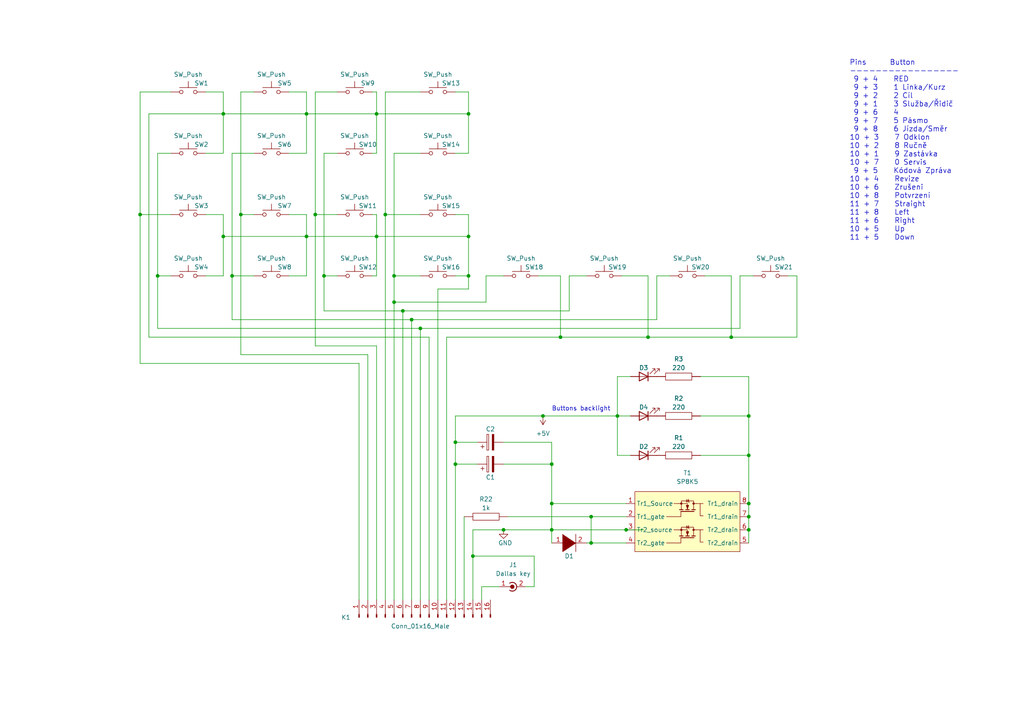
<source format=kicad_sch>
(kicad_sch (version 20211123) (generator eeschema)
  (paper "A4")
  (title_block (title "Buse BS 100 Keypad") (date "2022-09-25") (rev "02.98") (company "Zdenek Veleba"))
  (lib_symbols
    (symbol "Connector:Conn_01x16_Male" (pin_names (offset 1.016) hide)
      (property "Reference" "J" (at 0 20.32 0))
      (property "Value" "Conn_01x16_Male" (at 0 -22.86 0))
      (symbol "Conn_01x16_Male_1_1"
        (polyline (pts (xy 1.27 -20.32) (xy 0.8636 -20.32)) (stroke (width 0.1524)))
        (polyline (pts (xy 1.27 -17.78) (xy 0.8636 -17.78)) (stroke (width 0.1524)))
        (polyline (pts (xy 1.27 -15.24) (xy 0.8636 -15.24)) (stroke (width 0.1524)))
        (polyline (pts (xy 1.27 -12.7) (xy 0.8636 -12.7)) (stroke (width 0.1524)))
        (polyline (pts (xy 1.27 -10.16) (xy 0.8636 -10.16)) (stroke (width 0.1524)))
        (polyline (pts (xy 1.27 -7.62) (xy 0.8636 -7.62)) (stroke (width 0.1524)))
        (polyline (pts (xy 1.27 -5.08) (xy 0.8636 -5.08)) (stroke (width 0.1524)))
        (polyline (pts (xy 1.27 -2.54) (xy 0.8636 -2.54)) (stroke (width 0.1524)))
        (polyline (pts (xy 1.27 0) (xy 0.8636 0)) (stroke (width 0.1524)))
        (polyline (pts (xy 1.27 2.54) (xy 0.8636 2.54)) (stroke (width 0.1524)))
        (polyline (pts (xy 1.27 5.08) (xy 0.8636 5.08)) (stroke (width 0.1524)))
        (polyline (pts (xy 1.27 7.62) (xy 0.8636 7.62)) (stroke (width 0.1524)))
        (polyline (pts (xy 1.27 10.16) (xy 0.8636 10.16)) (stroke (width 0.1524)))
        (polyline (pts (xy 1.27 12.7) (xy 0.8636 12.7)) (stroke (width 0.1524)))
        (polyline (pts (xy 1.27 15.24) (xy 0.8636 15.24)) (stroke (width 0.1524)))
        (polyline (pts (xy 1.27 17.78) (xy 0.8636 17.78)) (stroke (width 0.1524)))
        (rectangle (start 0.8636 -20.193) (end 0 -20.447) (stroke (width 0.1524)) (fill (type outline)))
        (rectangle (start 0.8636 -17.653) (end 0 -17.907) (stroke (width 0.1524)) (fill (type outline)))
        (rectangle (start 0.8636 -15.113) (end 0 -15.367) (stroke (width 0.1524)) (fill (type outline)))
        (rectangle (start 0.8636 -12.573) (end 0 -12.827) (stroke (width 0.1524)) (fill (type outline)))
        (rectangle (start 0.8636 -10.033) (end 0 -10.287) (stroke (width 0.1524)) (fill (type outline)))
        (rectangle (start 0.8636 -7.493) (end 0 -7.747) (stroke (width 0.1524)) (fill (type outline)))
        (rectangle (start 0.8636 -4.953) (end 0 -5.207) (stroke (width 0.1524)) (fill (type outline)))
        (rectangle (start 0.8636 -2.413) (end 0 -2.667) (stroke (width 0.1524)) (fill (type outline)))
        (rectangle (start 0.8636 0.127) (end 0 -0.127) (stroke (width 0.1524)) (fill (type outline)))
        (rectangle (start 0.8636 2.667) (end 0 2.413) (stroke (width 0.1524)) (fill (type outline)))
        (rectangle (start 0.8636 5.207) (end 0 4.953) (stroke (width 0.1524)) (fill (type outline)))
        (rectangle (start 0.8636 7.747) (end 0 7.493) (stroke (width 0.1524)) (fill (type outline)))
        (rectangle (start 0.8636 10.287) (end 0 10.033) (stroke (width 0.1524)) (fill (type outline)))
        (rectangle (start 0.8636 12.827) (end 0 12.573) (stroke (width 0.1524)) (fill (type outline)))
        (rectangle (start 0.8636 15.367) (end 0 15.113) (stroke (width 0.1524)) (fill (type outline)))
        (rectangle (start 0.8636 17.907) (end 0 17.653) (stroke (width 0.1524)) (fill (type outline)))
        (pin passive line (at 5.08 17.78 180) (length 3.81) (name "Pin_1") (number "1"))
        (pin passive line (at 5.08 -5.08 180) (length 3.81) (name "Pin_10") (number "10"))
        (pin passive line (at 5.08 -7.62 180) (length 3.81) (name "Pin_11") (number "11"))
        (pin passive line (at 5.08 -10.16 180) (length 3.81) (name "Pin_12") (number "12"))
        (pin passive line (at 5.08 -12.7 180) (length 3.81) (name "Pin_13") (number "13"))
        (pin passive line (at 5.08 -15.24 180) (length 3.81) (name "Pin_14") (number "14"))
        (pin passive line (at 5.08 -17.78 180) (length 3.81) (name "Pin_15") (number "15"))
        (pin passive line (at 5.08 -20.32 180) (length 3.81) (name "Pin_16") (number "16"))
        (pin passive line (at 5.08 15.24 180) (length 3.81) (name "Pin_2") (number "2"))
        (pin passive line (at 5.08 12.7 180) (length 3.81) (name "Pin_3") (number "3"))
        (pin passive line (at 5.08 10.16 180) (length 3.81) (name "Pin_4") (number "4"))
        (pin passive line (at 5.08 7.62 180) (length 3.81) (name "Pin_5") (number "5"))
        (pin passive line (at 5.08 5.08 180) (length 3.81) (name "Pin_6") (number "6"))
        (pin passive line (at 5.08 2.54 180) (length 3.81) (name "Pin_7") (number "7"))
        (pin passive line (at 5.08 0 180) (length 3.81) (name "Pin_8") (number "8"))
        (pin passive line (at 5.08 -2.54 180) (length 3.81) (name "Pin_9") (number "9"))
      )
    )
    (symbol "Connector:Conn_Coaxial_Power" (pin_names (offset 1.016) hide)
      (property "Reference" "J" (at -5.08 -1.27 90))
      (property "Value" "Conn_Coaxial_Power" (at -3.175 -1.27 90))
      (symbol "Conn_Coaxial_Power_0_1"
        (arc (start -1.27 -1.27) (mid 0 -2.54) (end 1.27 -1.27) (stroke (width 0.254)))
        (arc (start -1.016 -0.508) (mid -1.2048 -0.8684) (end -1.27 -1.27) (stroke (width 0.254)))
        (circle (center 0 -1.27) (radius 0.508) (stroke (width 0.2032)) (fill (type outline)))
        (polyline (pts (xy 0 -2.54) (xy 0 -3.048)))
        (polyline (pts (xy 0 0) (xy 0 -1.27)))
        (arc (start 1.27 -1.27) (mid 1.2048 -0.8684) (end 1.016 -0.508) (stroke (width 0.254)))
      )
      (symbol "Conn_Coaxial_Power_1_1"
        (pin passive line (at 0 2.54 270) (length 2.54) (name "In") (number "1"))
        (pin passive line (at 0 -5.08 90) (length 2.54) (name "Ext") (number "2"))
      )
    )
    (symbol "Device:C_Polarized" (pin_numbers hide) (pin_names (offset 0.254))
      (property "Reference" "C" (at 0.635 2.54 0))
      (property "Value" "C_Polarized" (at 0.635 -2.54 0))
      (symbol "C_Polarized_0_1"
        (rectangle (start -2.286 0.508) (end 2.286 1.016))
        (polyline (pts (xy -1.778 2.286) (xy -0.762 2.286)))
        (polyline (pts (xy -1.27 2.794) (xy -1.27 1.778)))
        (rectangle (start 2.286 -0.508) (end -2.286 -1.016) (fill (type outline)))
      )
      (symbol "C_Polarized_1_1"
        (pin passive line (at 0 3.81 270) (length 2.794) (name "~") (number "1"))
        (pin passive line (at 0 -3.81 90) (length 2.794) (name "~") (number "2"))
      )
    )
    (symbol "Device:LED" (pin_numbers hide) (pin_names (offset 1.016) hide)
      (property "Reference" "D" (at 0 2.54 0))
      (property "Value" "LED" (at 0 -2.54 0))
      (symbol "LED_0_1"
        (polyline (pts (xy -1.27 -1.27) (xy -1.27 1.27)) (stroke (width 0.254)))
        (polyline (pts (xy -1.27 0) (xy 1.27 0)))
        (polyline (pts (xy 1.27 -1.27) (xy 1.27 1.27) (xy -1.27 0) (xy 1.27 -1.27)) (stroke (width 0.254)))
        (polyline (pts (xy -3.048 -0.762) (xy -4.572 -2.286) (xy -3.81 -2.286) (xy -4.572 -2.286) (xy -4.572 -1.524)))
        (polyline (pts (xy -1.778 -0.762) (xy -3.302 -2.286) (xy -2.54 -2.286) (xy -3.302 -2.286) (xy -3.302 -1.524)))
      )
      (symbol "LED_1_1"
        (pin passive line (at -3.81 0 0) (length 2.54) (name "K") (number "1"))
        (pin passive line (at 3.81 0 180) (length 2.54) (name "A") (number "2"))
      )
    )
    (symbol "New_Library:SP8K5"
      (property "Reference" "T" (at 0 -8.89 0))
      (property "Value" "SP8K5" (at 0 11.43 0))
      (symbol "SP8K5_0_1"
        (circle (center -1.778 -1.27) (radius 0.254) (fill (type outline)))
        (circle (center -1.778 6.35) (radius 0.254) (fill (type outline)))
        (polyline (pts (xy -2.54 -1.27) (xy -3.937 -1.27)))
        (polyline (pts (xy -2.54 6.35) (xy -3.937 6.35)))
        (polyline (pts (xy -1.27 -3.048) (xy -2.286 -3.048)) (stroke (width 0.254)))
        (polyline (pts (xy -1.27 4.572) (xy -2.286 4.572)) (stroke (width 0.254)))
        (polyline (pts (xy 0.508 -3.048) (xy -0.508 -3.048)) (stroke (width 0.254)))
        (polyline (pts (xy 0.508 4.572) (xy -0.508 4.572)) (stroke (width 0.254)))
        (polyline (pts (xy 1.905 -3.556) (xy -1.905 -3.556)) (stroke (width 0.254)))
        (polyline (pts (xy 1.905 4.064) (xy -1.905 4.064)) (stroke (width 0.254)))
        (polyline (pts (xy 2.286 -3.048) (xy 1.27 -3.048)) (stroke (width 0.254)))
        (polyline (pts (xy 2.286 4.572) (xy 1.27 4.572)) (stroke (width 0.254)))
        (polyline (pts (xy 2.54 -1.27) (xy 1.778 -1.27)))
        (polyline (pts (xy 2.54 -1.27) (xy 4.572 -1.27)))
        (polyline (pts (xy 2.54 6.35) (xy 1.778 6.35)))
        (polyline (pts (xy 2.54 6.35) (xy 4.572 6.35)))
        (polyline (pts (xy -2.54 -1.27) (xy 0 -1.27) (xy 0 -3.048)))
        (polyline (pts (xy -2.54 6.35) (xy 0 6.35) (xy 0 4.572)))
        (polyline (pts (xy -1.905 -3.556) (xy -1.905 -5.08) (xy -6.096 -5.08)))
        (polyline (pts (xy -1.905 4.064) (xy -1.905 2.54) (xy -6.096 2.54)))
        (polyline (pts (xy 3.683 -1.27) (xy 3.683 -4.826) (xy 4.572 -4.826)))
        (polyline (pts (xy 3.683 6.35) (xy 3.683 2.794) (xy 4.572 2.794)))
        (polyline (pts (xy -1.778 -3.048) (xy -1.778 -0.508) (xy 1.778 -0.508) (xy 1.778 -3.048)))
        (polyline (pts (xy -1.778 4.572) (xy -1.778 7.112) (xy 1.778 7.112) (xy 1.778 4.572)))
        (polyline (pts (xy 0 -2.794) (xy 0.381 -1.778) (xy -0.381 -1.778) (xy 0 -2.794)) (fill (type outline)))
        (polyline (pts (xy 0 4.826) (xy 0.381 5.842) (xy -0.381 5.842) (xy 0 4.826)) (fill (type outline)))
        (polyline (pts (xy 0.381 -0.508) (xy -0.254 -0.889) (xy -0.254 -0.127) (xy 0.381 -0.508)))
        (polyline (pts (xy 0.381 7.112) (xy -0.254 6.731) (xy -0.254 7.493) (xy 0.381 7.112)))
        (polyline (pts (xy 0.508 -1.016) (xy 0.381 -0.889) (xy 0.381 -0.127) (xy 0.254 0)))
        (polyline (pts (xy 0.508 6.604) (xy 0.381 6.731) (xy 0.381 7.493) (xy 0.254 7.62)))
        (circle (center 1.778 -1.27) (radius 0.254) (fill (type outline)))
        (circle (center 1.778 6.35) (radius 0.254) (fill (type outline)))
        (rectangle (start 15.24 9.779) (end -15.24 -7.62) (fill (type background)))
      )
      (symbol "SP8K5_1_1"
        (pin input line (at -17.78 6.35 0) (length 2.54) (name "Tr1_Source") (number "1"))
        (pin input line (at -17.78 2.54 0) (length 2.54) (name "Tr1_gate") (number "2"))
        (pin input line (at -17.78 -1.27 0) (length 2.54) (name "Tr2_source") (number "3"))
        (pin input line (at -17.78 -5.08 0) (length 2.54) (name "Tr2_gate") (number "4"))
        (pin output line (at 17.78 -5.08 180) (length 2.54) (name "Tr2_drain") (number "5"))
        (pin output line (at 17.78 -1.27 180) (length 2.54) (name "Tr2_drain") (number "6"))
        (pin output line (at 17.78 2.54 180) (length 2.54) (name "Tr1_drain") (number "7"))
        (pin output line (at 17.78 6.35 180) (length 2.54) (name "Tr1_drain") (number "8"))
      )
    )
    (symbol "Switch:SW_Push" (pin_numbers hide) (pin_names (offset 1.016) hide)
      (property "Reference" "SW" (at 1.27 2.54 0))
      (property "Value" "SW_Push" (at 0 -1.524 0))
      (symbol "SW_Push_0_1"
        (circle (center -2.032 0) (radius 0.508))
        (polyline (pts (xy 0 1.27) (xy 0 3.048)))
        (polyline (pts (xy 2.54 1.27) (xy -2.54 1.27)))
        (circle (center 2.032 0) (radius 0.508))
        (pin passive line (at -5.08 0 0) (length 2.54) (name "1") (number "1"))
        (pin passive line (at 5.08 0 180) (length 2.54) (name "2") (number "2"))
      )
    )
    (symbol "power:+5V" (power) (pin_names (offset 0))
      (property "Value" "+5V" (at 0 3.556 0))
      (symbol "+5V_0_1"
        (polyline (pts (xy -0.762 1.27) (xy 0 2.54)))
        (polyline (pts (xy 0 0) (xy 0 2.54)))
        (polyline (pts (xy 0 2.54) (xy 0.762 1.27)))
      )
      (symbol "+5V_1_1"
        (pin power_in line (at 0 0 90) (length 0) hide (name "+5V") (number "1"))
      )
    )
    (symbol "power:GND" (power) (pin_names (offset 0))
      (property "Value" "GND" (at 0 -3.81 0))
      (symbol "GND_0_1"
        (polyline (pts (xy 0 0) (xy 0 -1.27) (xy 1.27 -1.27) (xy 0 -2.54) (xy -1.27 -1.27) (xy 0 -1.27)))
      )
      (symbol "GND_1_1"
        (pin power_in line (at 0 0 270) (length 0) hide (name "GND") (number "1"))
      )
    )
    (symbol "pspice:DIODE" (pin_names (offset 1.016) hide)
      (property "Reference" "D" (at 0 3.81 0))
      (property "Value" "DIODE" (at 0 -4.445 0))
      (symbol "DIODE_0_1"
        (polyline (pts (xy 1.905 2.54) (xy 1.905 -2.54)))
        (polyline (pts (xy -1.905 2.54) (xy -1.905 -2.54) (xy 1.905 0)) (fill (type outline)))
      )
      (symbol "DIODE_1_1"
        (pin input line (at -5.08 0 0) (length 3.81) (name "K") (number "1"))
        (pin input line (at 5.08 0 180) (length 3.81) (name "A") (number "2"))
      )
    )
    (symbol "pspice:R" (pin_numbers hide) (pin_names (offset 0))
      (property "Reference" "R" (at 2.032 0 90))
      (property "Value" "R" (at 0 0 90))
      (symbol "R_0_1"
        (rectangle (start -1.016 3.81) (end 1.016 -3.81))
      )
      (symbol "R_1_1"
        (pin passive line (at 0 6.35 270) (length 2.54) (name "~") (number "1"))
        (pin passive line (at 0 -6.35 90) (length 2.54) (name "~") (number "2"))
      )
    )
  )
  (junction (at 157.48 120.65))
  (junction (at 64.77 68.58))
  (junction (at 45.72 80.01))
  (junction (at 181.61 153.67))
  (junction (at 109.22 68.58))
  (junction (at 217.17 153.67))
  (junction (at 179.07 120.65))
  (junction (at 135.89 33.02))
  (junction (at 135.89 68.58))
  (junction (at 135.89 80.01))
  (junction (at 212.09 97.79))
  (junction (at 162.56 97.79))
  (junction (at 137.16 161.29))
  (junction (at 217.17 149.86))
  (junction (at 119.38 92.71))
  (junction (at 217.17 120.65))
  (junction (at 160.02 146.05))
  (junction (at 114.3 80.01))
  (junction (at 160.02 134.62))
  (junction (at 116.84 90.17))
  (junction (at 88.9 33.02))
  (junction (at 67.31 80.01))
  (junction (at 111.76 62.23))
  (junction (at 187.96 97.79))
  (junction (at 64.77 33.02))
  (junction (at 88.9 68.58))
  (junction (at 217.17 146.05))
  (junction (at 132.08 128.27))
  (junction (at 93.98 80.01))
  (junction (at 171.45 149.86))
  (junction (at 121.92 95.25))
  (junction (at 69.85 62.23))
  (junction (at 114.3 87.63))
  (junction (at 132.08 134.62))
  (junction (at 217.17 132.08))
  (junction (at 109.22 33.02))
  (junction (at 40.64 62.23))
  (junction (at 160.02 153.67))
  (junction (at 171.45 157.48))
  (junction (at 146.05 153.67))
  (junction (at 91.44 62.23))
  (wire (pts (xy 203.2 120.65) (xy 217.17 120.65)))
  (wire (pts (xy 83.82 80.01) (xy 88.9 80.01)))
  (wire (pts (xy 160.02 153.67) (xy 160.02 157.48)))
  (wire (pts (xy 111.76 26.67) (xy 121.92 26.67)))
  (wire (pts (xy 67.31 80.01) (xy 67.31 44.45)))
  (wire (pts (xy 67.31 92.71) (xy 67.31 80.01)))
  (wire (pts (xy 114.3 80.01) (xy 121.92 80.01)))
  (wire (pts (xy 190.5 92.71) (xy 190.5 80.01)))
  (wire (pts (xy 114.3 87.63) (xy 114.3 173.99)))
  (wire (pts (xy 119.38 92.71) (xy 119.38 173.99)))
  (wire (pts (xy 181.61 153.67) (xy 186.69 153.67)))
  (wire (pts (xy 59.69 44.45) (xy 64.77 44.45)))
  (wire (pts (xy 214.63 95.25) (xy 214.63 80.01)))
  (wire (pts (xy 132.08 128.27) (xy 138.43 128.27)))
  (wire (pts (xy 217.17 153.67) (xy 217.17 157.48)))
  (wire (pts (xy 165.1 90.17) (xy 165.1 80.01)))
  (wire (pts (xy 217.17 146.05) (xy 217.17 149.86)))
  (wire (pts (xy 59.69 26.67) (xy 64.77 26.67)))
  (wire (pts (xy 64.77 68.58) (xy 64.77 80.01)))
  (wire (pts (xy 171.45 157.48) (xy 181.61 157.48)))
  (wire (pts (xy 217.17 149.86) (xy 217.17 153.67)))
  (wire (pts (xy 93.98 80.01) (xy 97.79 80.01)))
  (wire (pts (xy 132.08 26.67) (xy 135.89 26.67)))
  (wire (pts (xy 204.47 80.01) (xy 212.09 80.01)))
  (wire (pts (xy 114.3 44.45) (xy 121.92 44.45)))
  (wire (pts (xy 111.76 62.23) (xy 111.76 26.67)))
  (wire (pts (xy 135.89 68.58) (xy 135.89 62.23)))
  (wire (pts (xy 93.98 44.45) (xy 97.79 44.45)))
  (wire (pts (xy 111.76 62.23) (xy 121.92 62.23)))
  (wire (pts (xy 91.44 62.23) (xy 97.79 62.23)))
  (wire (pts (xy 109.22 33.02) (xy 135.89 33.02)))
  (wire (pts (xy 83.82 44.45) (xy 88.9 44.45)))
  (wire (pts (xy 114.3 87.63) (xy 140.97 87.63)))
  (wire (pts (xy 40.64 62.23) (xy 40.64 26.67)))
  (wire (pts (xy 203.2 109.22) (xy 217.17 109.22)))
  (wire (pts (xy 91.44 100.33) (xy 91.44 62.23)))
  (wire (pts (xy 170.18 157.48) (xy 171.45 157.48)))
  (wire (pts (xy 160.02 128.27) (xy 160.02 134.62)))
  (wire (pts (xy 146.05 153.67) (xy 137.16 153.67)))
  (wire (pts (xy 106.68 102.87) (xy 106.68 173.99)))
  (wire (pts (xy 132.08 134.62) (xy 132.08 173.99)))
  (wire (pts (xy 154.94 170.18) (xy 154.94 161.29)))
  (wire (pts (xy 187.96 97.79) (xy 212.09 97.79)))
  (wire (pts (xy 43.18 33.02) (xy 64.77 33.02)))
  (wire (pts (xy 171.45 149.86) (xy 181.61 149.86)))
  (wire (pts (xy 179.07 120.65) (xy 182.88 120.65)))
  (wire (pts (xy 83.82 26.67) (xy 88.9 26.67)))
  (wire (pts (xy 140.97 87.63) (xy 140.97 80.01)))
  (wire (pts (xy 91.44 26.67) (xy 97.79 26.67)))
  (wire (pts (xy 109.22 68.58) (xy 109.22 62.23)))
  (wire (pts (xy 217.17 109.22) (xy 217.17 120.65)))
  (wire (pts (xy 109.22 100.33) (xy 109.22 173.99)))
  (wire (pts (xy 67.31 80.01) (xy 73.66 80.01)))
  (wire (pts (xy 93.98 80.01) (xy 93.98 44.45)))
  (wire (pts (xy 137.16 153.67) (xy 137.16 161.29)))
  (wire (pts (xy 203.2 132.08) (xy 217.17 132.08)))
  (wire (pts (xy 107.95 62.23) (xy 109.22 62.23)))
  (wire (pts (xy 228.6 80.01) (xy 231.14 80.01)))
  (wire (pts (xy 187.96 97.79) (xy 187.96 80.01)))
  (wire (pts (xy 154.94 170.18) (xy 152.4 170.18)))
  (wire (pts (xy 160.02 153.67) (xy 146.05 153.67)))
  (wire (pts (xy 69.85 26.67) (xy 73.66 26.67)))
  (wire (pts (xy 160.02 146.05) (xy 160.02 153.67)))
  (wire (pts (xy 64.77 33.02) (xy 64.77 44.45)))
  (wire (pts (xy 135.89 33.02) (xy 135.89 44.45)))
  (wire (pts (xy 135.89 33.02) (xy 135.89 26.67)))
  (wire (pts (xy 124.46 97.79) (xy 43.18 97.79)))
  (wire (pts (xy 40.64 105.41) (xy 40.64 62.23)))
  (wire (pts (xy 162.56 97.79) (xy 187.96 97.79)))
  (wire (pts (xy 156.21 80.01) (xy 162.56 80.01)))
  (wire (pts (xy 64.77 33.02) (xy 88.9 33.02)))
  (wire (pts (xy 171.45 157.48) (xy 171.45 149.86)))
  (wire (pts (xy 88.9 33.02) (xy 88.9 44.45)))
  (wire (pts (xy 40.64 62.23) (xy 49.53 62.23)))
  (wire (pts (xy 109.22 68.58) (xy 88.9 68.58)))
  (wire (pts (xy 135.89 83.82) (xy 135.89 80.01)))
  (wire (pts (xy 139.7 170.18) (xy 144.78 170.18)))
  (wire (pts (xy 124.46 173.99) (xy 124.46 97.79)))
  (wire (pts (xy 180.34 80.01) (xy 187.96 80.01)))
  (wire (pts (xy 88.9 33.02) (xy 109.22 33.02)))
  (wire (pts (xy 147.32 149.86) (xy 171.45 149.86)))
  (wire (pts (xy 157.48 120.65) (xy 179.07 120.65)))
  (wire (pts (xy 121.92 95.25) (xy 121.92 173.99)))
  (wire (pts (xy 116.84 90.17) (xy 116.84 173.99)))
  (wire (pts (xy 190.5 80.01) (xy 194.31 80.01)))
  (wire (pts (xy 132.08 120.65) (xy 132.08 128.27)))
  (wire (pts (xy 179.07 132.08) (xy 182.88 132.08)))
  (wire (pts (xy 114.3 80.01) (xy 114.3 44.45)))
  (wire (pts (xy 69.85 62.23) (xy 73.66 62.23)))
  (wire (pts (xy 104.14 105.41) (xy 40.64 105.41)))
  (wire (pts (xy 107.95 26.67) (xy 109.22 26.67)))
  (wire (pts (xy 69.85 102.87) (xy 69.85 62.23)))
  (wire (pts (xy 127 83.82) (xy 127 173.99)))
  (wire (pts (xy 119.38 92.71) (xy 67.31 92.71)))
  (wire (pts (xy 121.92 95.25) (xy 214.63 95.25)))
  (wire (pts (xy 116.84 90.17) (xy 93.98 90.17)))
  (wire (pts (xy 146.05 134.62) (xy 160.02 134.62)))
  (wire (pts (xy 64.77 68.58) (xy 64.77 62.23)))
  (wire (pts (xy 93.98 90.17) (xy 93.98 80.01)))
  (wire (pts (xy 146.05 128.27) (xy 160.02 128.27)))
  (wire (pts (xy 160.02 153.67) (xy 181.61 153.67)))
  (wire (pts (xy 88.9 68.58) (xy 64.77 68.58)))
  (wire (pts (xy 160.02 134.62) (xy 160.02 146.05)))
  (wire (pts (xy 45.72 95.25) (xy 121.92 95.25)))
  (wire (pts (xy 109.22 33.02) (xy 109.22 44.45)))
  (wire (pts (xy 212.09 97.79) (xy 231.14 97.79)))
  (wire (pts (xy 132.08 62.23) (xy 135.89 62.23)))
  (wire (pts (xy 214.63 80.01) (xy 218.44 80.01)))
  (wire (pts (xy 132.08 80.01) (xy 135.89 80.01)))
  (wire (pts (xy 111.76 62.23) (xy 111.76 173.99)))
  (wire (pts (xy 135.89 80.01) (xy 135.89 68.58)))
  (wire (pts (xy 132.08 128.27) (xy 132.08 134.62)))
  (wire (pts (xy 160.02 146.05) (xy 181.61 146.05)))
  (wire (pts (xy 217.17 132.08) (xy 217.17 146.05)))
  (wire (pts (xy 64.77 33.02) (xy 64.77 26.67)))
  (wire (pts (xy 134.62 149.86) (xy 134.62 173.99)))
  (wire (pts (xy 88.9 33.02) (xy 88.9 26.67)))
  (wire (pts (xy 109.22 33.02) (xy 109.22 26.67)))
  (wire (pts (xy 59.69 62.23) (xy 64.77 62.23)))
  (wire (pts (xy 179.07 109.22) (xy 182.88 109.22)))
  (wire (pts (xy 114.3 87.63) (xy 114.3 80.01)))
  (wire (pts (xy 88.9 68.58) (xy 88.9 80.01)))
  (wire (pts (xy 119.38 92.71) (xy 190.5 92.71)))
  (wire (pts (xy 129.54 97.79) (xy 129.54 173.99)))
  (wire (pts (xy 154.94 161.29) (xy 137.16 161.29)))
  (wire (pts (xy 132.08 44.45) (xy 135.89 44.45)))
  (wire (pts (xy 127 83.82) (xy 135.89 83.82)))
  (wire (pts (xy 91.44 62.23) (xy 91.44 26.67)))
  (wire (pts (xy 45.72 44.45) (xy 45.72 80.01)))
  (wire (pts (xy 69.85 102.87) (xy 106.68 102.87)))
  (wire (pts (xy 132.08 134.62) (xy 138.43 134.62)))
  (wire (pts (xy 107.95 44.45) (xy 109.22 44.45)))
  (wire (pts (xy 40.64 26.67) (xy 49.53 26.67)))
  (wire (pts (xy 139.7 173.99) (xy 139.7 170.18)))
  (wire (pts (xy 137.16 161.29) (xy 137.16 173.99)))
  (wire (pts (xy 217.17 120.65) (xy 217.17 132.08)))
  (wire (pts (xy 88.9 68.58) (xy 88.9 62.23)))
  (wire (pts (xy 212.09 97.79) (xy 212.09 80.01)))
  (wire (pts (xy 165.1 80.01) (xy 170.18 80.01)))
  (wire (pts (xy 129.54 97.79) (xy 162.56 97.79)))
  (wire (pts (xy 83.82 62.23) (xy 88.9 62.23)))
  (wire (pts (xy 45.72 44.45) (xy 49.53 44.45)))
  (wire (pts (xy 45.72 80.01) (xy 45.72 95.25)))
  (wire (pts (xy 67.31 44.45) (xy 73.66 44.45)))
  (wire (pts (xy 135.89 68.58) (xy 109.22 68.58)))
  (wire (pts (xy 91.44 100.33) (xy 109.22 100.33)))
  (wire (pts (xy 45.72 80.01) (xy 49.53 80.01)))
  (wire (pts (xy 69.85 62.23) (xy 69.85 26.67)))
  (wire (pts (xy 162.56 97.79) (xy 162.56 80.01)))
  (wire (pts (xy 231.14 97.79) (xy 231.14 80.01)))
  (wire (pts (xy 109.22 68.58) (xy 109.22 80.01)))
  (wire (pts (xy 179.07 120.65) (xy 179.07 132.08)))
  (wire (pts (xy 132.08 120.65) (xy 157.48 120.65)))
  (wire (pts (xy 140.97 80.01) (xy 146.05 80.01)))
  (wire (pts (xy 43.18 97.79) (xy 43.18 33.02)))
  (wire (pts (xy 107.95 80.01) (xy 109.22 80.01)))
  (wire (pts (xy 104.14 105.41) (xy 104.14 173.99)))
  (wire (pts (xy 179.07 120.65) (xy 179.07 109.22)))
  (wire (pts (xy 59.69 80.01) (xy 64.77 80.01)))
  (wire (pts (xy 116.84 90.17) (xy 165.1 90.17)))
  (text "Buttons backlight" (at 160.02 119.38 0) (effects (font (size 1.27 1.27)) (justify left bottom)))
  (text "Pins      Button          \n-----------------\n 9 + 4    RED             \n 9 + 3    1 Linka/Kurz    \n 9 + 2    2 Cíl           \n 9 + 1    3 Služba/Řidič  \n 9 + 6    4               \n 9 + 7    5 Pásmo         \n 9 + 8    6 Jízda/Směr    \n10 + 3    7 Odklon        \n10 + 2    8 Ručně         \n10 + 1    9 Zastávka      \n10 + 7    0 Servis        \n 9 + 5    Kódová Zpráva   \n10 + 4    Revize          \n10 + 6    Zrušeni         \n10 + 8    Potvrzení       \n11 + 7    Straight      \n11 + 8    Left          \n11 + 6    Right         \n10 + 5    Up              \n11 + 5    Down            " (at 246.38 69.85 0) (effects (font (size 1.5 1.5)) (justify left bottom)))
  (symbol (lib_id "Device:LED") (at 186.69 109.22 180) (unit 1)
    (property "Reference" "D3" (at 186.69 106.68 0))
    (property "Value" "LED" (effects hide))
  )
  (symbol (lib_id "Switch:SW_Push") (at 199.39 80.01 0) (unit 1)
    (property "Reference" "SW20" (at 203.2 77.47 0))
    (property "Value" "SW_Push" (at 199.39 74.93 0))
  )
  (symbol (lib_id "Switch:SW_Push") (at 127 26.67 0) (unit 1)
    (property "Reference" "SW13" (at 130.81 24.13 0))
    (property "Value" "SW_Push" (at 127 21.59 0))
  )
  (symbol (lib_id "Device:LED") (at 186.69 120.65 180) (unit 1)
    (property "Reference" "D4" (at 186.69 118.11 0))
    (property "Value" "LED" (effects hide))
  )
  (symbol (lib_id "Switch:SW_Push") (at 78.74 26.67 0) (unit 1)
    (property "Reference" "SW5" (at 82.55 24.13 0))
    (property "Value" "SW_Push" (at 78.74 21.59 0))
  )
  (symbol (lib_id "Switch:SW_Push") (at 151.13 80.01 0) (unit 1)
    (property "Reference" "SW18" (at 154.94 77.47 0))
    (property "Value" "SW_Push" (at 151.13 74.93 0))
  )
  (symbol (lib_id "Switch:SW_Push") (at 223.52 80.01 0) (unit 1)
    (property "Reference" "SW21" (at 227.33 77.47 0))
    (property "Value" "SW_Push" (at 223.52 74.93 0))
  )
  (symbol (lib_id "Switch:SW_Push") (at 54.61 80.01 0) (unit 1)
    (property "Reference" "SW4" (at 58.42 77.47 0))
    (property "Value" "SW_Push" (at 54.61 74.93 0))
  )
  (symbol (lib_id "pspice:DIODE") (at 165.1 157.48 0) (unit 1)
    (property "Reference" "D1" (at 165.1 161.29 0))
    (property "Value" "DIODE" (effects hide))
  )
  (symbol (lib_id "Switch:SW_Push") (at 54.61 44.45 0) (unit 1)
    (property "Reference" "SW2" (at 58.42 41.91 0))
    (property "Value" "SW_Push" (at 54.61 39.37 0))
  )
  (symbol (lib_id "Switch:SW_Push") (at 127 80.01 0) (unit 1)
    (property "Reference" "SW16" (at 130.81 77.47 0))
    (property "Value" "SW_Push" (at 127 74.93 0))
  )
  (symbol (lib_id "pspice:R") (at 196.85 132.08 270) (unit 1)
    (property "Reference" "R1" (at 196.85 127 90))
    (property "Value" "220" (at 196.85 129.54 90))
  )
  (symbol (lib_id "Device:LED") (at 186.69 132.08 180) (unit 1)
    (property "Reference" "D2" (at 186.69 129.54 0))
    (property "Value" "LED" (effects hide))
  )
  (symbol (lib_id "Switch:SW_Push") (at 78.74 44.45 0) (unit 1)
    (property "Reference" "SW6" (at 82.55 41.91 0))
    (property "Value" "SW_Push" (at 78.74 39.37 0))
  )
  (symbol (lib_id "power:+5V") (at 157.48 120.65 180) (unit 1)
    (property "Reference" "#PWR01" (effects hide))
    (property "Value" "+5V" (at 157.48 125.73 0))
  )
  (symbol (lib_id "Connector:Conn_Coaxial_Power") (at 147.32 170.18 90) (mirror x) (unit 1)
    (property "Reference" "J1" (at 148.844 163.83 90))
    (property "Value" "Dallas key" (at 148.844 166.37 90))
  )
  (symbol (lib_id "New_Library:SP8K5") (at 199.39 152.4 0) (unit 1)
    (property "Reference" "T1" (at 199.39 137.16 0))
    (property "Value" "SP8K5" (at 199.39 139.7 0))
  )
  (symbol (lib_id "Switch:SW_Push") (at 78.74 80.01 0) (unit 1)
    (property "Reference" "SW8" (at 82.55 77.47 0))
    (property "Value" "SW_Push" (at 78.74 74.93 0))
  )
  (symbol (lib_id "Switch:SW_Push") (at 127 44.45 0) (unit 1)
    (property "Reference" "SW14" (at 130.81 41.91 0))
    (property "Value" "SW_Push" (at 127 39.37 0))
  )
  (symbol (lib_id "Device:C_Polarized") (at 142.24 134.62 90) (unit 1)
    (property "Reference" "C1" (at 142.24 138.43 90))
    (property "Value" "C_Polarized" (effects hide))
  )
  (symbol (lib_id "Switch:SW_Push") (at 78.74 62.23 0) (unit 1)
    (property "Reference" "SW7" (at 82.55 59.69 0))
    (property "Value" "SW_Push" (at 78.74 57.15 0))
  )
  (symbol (lib_id "Switch:SW_Push") (at 102.87 26.67 0) (unit 1)
    (property "Reference" "SW9" (at 106.68 24.13 0))
    (property "Value" "SW_Push" (at 102.87 21.59 0))
  )
  (symbol (lib_id "pspice:R") (at 196.85 109.22 270) (unit 1)
    (property "Reference" "R3" (at 196.85 104.14 90))
    (property "Value" "220" (at 196.85 106.68 90))
  )
  (symbol (lib_id "Switch:SW_Push") (at 102.87 80.01 0) (unit 1)
    (property "Reference" "SW12" (at 106.68 77.47 0))
    (property "Value" "SW_Push" (at 102.87 74.93 0))
  )
  (symbol (lib_id "Switch:SW_Push") (at 102.87 44.45 0) (unit 1)
    (property "Reference" "SW10" (at 106.68 41.91 0))
    (property "Value" "SW_Push" (at 102.87 39.37 0))
  )
  (symbol (lib_id "Switch:SW_Push") (at 127 62.23 0) (unit 1)
    (property "Reference" "SW15" (at 130.81 59.69 0))
    (property "Value" "SW_Push" (at 127 57.15 0))
  )
  (symbol (lib_id "Switch:SW_Push") (at 175.26 80.01 0) (unit 1)
    (property "Reference" "SW19" (at 179.07 77.47 0))
    (property "Value" "SW_Push" (at 175.26 74.93 0))
  )
  (symbol (lib_id "pspice:R") (at 140.97 149.86 270) (unit 1)
    (property "Reference" "R22" (at 140.97 144.78 90))
    (property "Value" "1k" (at 140.97 147.32 90))
  )
  (symbol (lib_id "Switch:SW_Push") (at 102.87 62.23 0) (unit 1)
    (property "Reference" "SW11" (at 106.68 59.69 0))
    (property "Value" "SW_Push" (at 102.87 57.15 0))
  )
  (symbol (lib_id "Connector:Conn_01x16_Male") (at 121.92 179.07 90) (unit 1)
    (property "Reference" "K1" (at 100.33 179.07 90))
    (property "Value" "Conn_01x16_Male" (at 121.92 181.61 90))
  )
  (symbol (lib_id "pspice:R") (at 196.85 120.65 270) (unit 1)
    (property "Reference" "R2" (at 196.85 115.57 90))
    (property "Value" "220" (at 196.85 118.11 90))
  )
  (symbol (lib_id "power:GND") (at 146.05 153.67 0) (unit 1)
    (property "Reference" "#PWR02" (effects hide))
    (property "Value" "GND" (at 148.5901 157.48 0) (effects (justify right)))
  )
  (symbol (lib_id "Device:C_Polarized") (at 142.24 128.27 90) (unit 1)
    (property "Reference" "C2" (at 142.24 124.46 90))
    (property "Value" "C_Polarized" (effects hide))
  )
  (symbol (lib_id "Switch:SW_Push") (at 54.61 26.67 0) (unit 1)
    (property "Reference" "SW1" (at 58.42 24.13 0))
    (property "Value" "SW_Push" (at 54.61 21.59 0))
  )
  (symbol (lib_id "Switch:SW_Push") (at 54.61 62.23 0) (unit 1)
    (property "Reference" "SW3" (at 58.42 59.69 0))
    (property "Value" "SW_Push" (at 54.61 57.15 0))
  )
)
</source>
